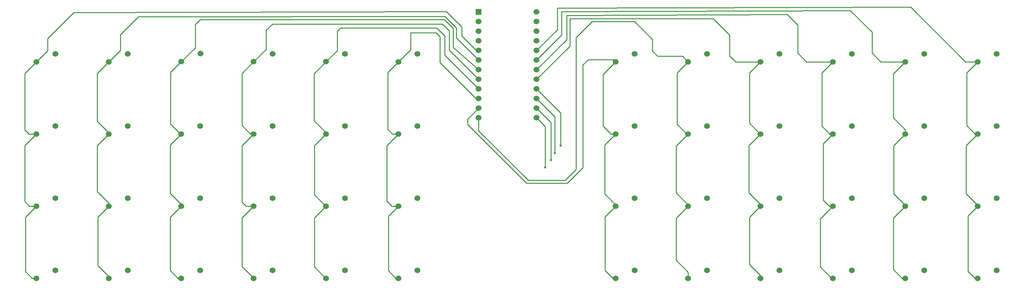
<source format=gtl>
G04 Layer: TopLayer*
G04 EasyEDA v6.5.22, 2022-11-03 13:25:14*
G04 daeccbeab38c4538aae3d189e396c967,14fd66e66b1542709ab820776f733a5e,10*
G04 Gerber Generator version 0.2*
G04 Scale: 100 percent, Rotated: No, Reflected: No *
G04 Dimensions in millimeters *
G04 leading zeros omitted , absolute positions ,4 integer and 5 decimal *
%FSLAX45Y45*%
%MOMM*%

%ADD10C,0.2540*%
%ADD11C,1.5240*%
%ADD12R,1.5240X1.5240*%
%ADD13C,0.6096*%

%LPD*%
D10*
X1905000Y8935008D02*
G01*
X1600200Y8630208D01*
X1600200Y7137400D01*
X1707591Y7030008D01*
X1905000Y7030008D01*
X1905000Y7030008D02*
G01*
X1600200Y6725208D01*
X1600200Y5245100D01*
X1720291Y5125008D01*
X1905000Y5125008D01*
X1905000Y5125008D02*
G01*
X1612900Y4832908D01*
X1612900Y3403600D01*
X1796491Y3220008D01*
X1905000Y3220008D01*
X3810000Y8935008D02*
G01*
X3505200Y8630208D01*
X3505200Y7366000D01*
X3810000Y7061200D01*
X3810000Y7030008D01*
X3810000Y7030008D02*
G01*
X3505200Y6725208D01*
X3505200Y5511800D01*
X3810000Y5207000D01*
X3810000Y5125008D01*
X3810000Y5125008D02*
G01*
X3517900Y4832908D01*
X3517900Y3556000D01*
X3810000Y3263900D01*
X3810000Y3220008D01*
X5716803Y8938005D02*
G01*
X5435600Y8656802D01*
X5435600Y7289800D01*
X5695391Y7030008D01*
X5715000Y7030008D01*
X5715000Y7030008D02*
G01*
X5422900Y6737908D01*
X5422900Y5461000D01*
X5715000Y5168900D01*
X5715000Y5125008D01*
X5715000Y5125008D02*
G01*
X5422900Y4832908D01*
X5422900Y3429000D01*
X5631891Y3220008D01*
X5715000Y3220008D01*
X7620812Y8935999D02*
G01*
X7315200Y8630386D01*
X7315200Y7251700D01*
X7536891Y7030008D01*
X7620000Y7030008D01*
X7620000Y7030008D02*
G01*
X7315200Y6725208D01*
X7315200Y5232400D01*
X7422591Y5125008D01*
X7620000Y5125008D01*
X7620000Y5125008D02*
G01*
X7315200Y4820208D01*
X7315200Y3530600D01*
X7620000Y3225800D01*
X7620000Y3220008D01*
X9525990Y8935999D02*
G01*
X9207500Y8617508D01*
X9207500Y7378700D01*
X9525000Y7061200D01*
X9525000Y7030008D01*
X9525000Y7030008D02*
G01*
X9220200Y6725208D01*
X9220200Y5422900D01*
X9518091Y5125008D01*
X9525000Y5125008D01*
X9525000Y5125008D02*
G01*
X9220200Y4820208D01*
X9220200Y3517900D01*
X9518091Y3220008D01*
X9525000Y3220008D01*
X11430000Y7030008D02*
G01*
X11125200Y6725208D01*
X11125200Y5257800D01*
X11257991Y5125008D01*
X11430000Y5125008D01*
X11430000Y5125008D02*
G01*
X11163300Y4858308D01*
X11163300Y3416300D01*
X11359591Y3220008D01*
X11430000Y3220008D01*
X11430000Y8935008D02*
G01*
X11150600Y8655608D01*
X11150600Y7150100D01*
X11270691Y7030008D01*
X11430000Y7030008D01*
X17144994Y8935008D02*
G01*
X16814794Y8604808D01*
X16814794Y7239000D01*
X17023786Y7030008D01*
X17144994Y7030008D01*
X17144994Y7030008D02*
G01*
X16852894Y6737908D01*
X16852894Y5448300D01*
X17144994Y5156200D01*
X17144994Y5125008D01*
X17144994Y5125008D02*
G01*
X16865594Y4845608D01*
X16865594Y3429000D01*
X17074586Y3220008D01*
X17144994Y3220008D01*
X19049994Y8935008D02*
G01*
X18757894Y8642908D01*
X18757894Y7289800D01*
X19017686Y7030008D01*
X19049994Y7030008D01*
X19049994Y5125008D02*
G01*
X18732494Y4807508D01*
X18732494Y3695700D01*
X19049994Y3378200D01*
X19049994Y3220008D01*
X20954994Y8935008D02*
G01*
X20662894Y8642908D01*
X20662894Y7315200D01*
X20948086Y7030008D01*
X20954994Y7030008D01*
X20954994Y7029958D02*
G01*
X20650194Y6725158D01*
X20650194Y5473700D01*
X20954994Y5168900D01*
X20954994Y5124957D01*
X20954994Y5125008D02*
G01*
X20662894Y4832908D01*
X20662894Y3581400D01*
X20954994Y3289300D01*
X20954994Y3220008D01*
X22859994Y8935008D02*
G01*
X22567894Y8642908D01*
X22567894Y7239000D01*
X22776886Y7030008D01*
X22859994Y7030008D01*
X22859994Y7030008D02*
G01*
X22605994Y6776008D01*
X22605994Y5283200D01*
X22764186Y5125008D01*
X22859994Y5125008D01*
X22859994Y5125008D02*
G01*
X22529794Y4794808D01*
X22529794Y3517900D01*
X22827686Y3220008D01*
X22859994Y3220008D01*
X24764994Y8935008D02*
G01*
X24447494Y8617508D01*
X24447494Y7454900D01*
X24764994Y7137400D01*
X24764994Y7030008D01*
X24764994Y7030008D02*
G01*
X24460194Y6725208D01*
X24460194Y5448300D01*
X24764994Y5143500D01*
X24764994Y5125008D01*
X24764994Y5125008D02*
G01*
X24447494Y4807508D01*
X24447494Y3454400D01*
X24681886Y3220008D01*
X24764994Y3220008D01*
X26669994Y8935008D02*
G01*
X26377894Y8642908D01*
X26377894Y7251700D01*
X26599586Y7030008D01*
X26669994Y7030008D01*
X26669994Y7030008D02*
G01*
X26365194Y6725208D01*
X26365194Y5448300D01*
X26669994Y5143500D01*
X26669994Y5125008D01*
X26669994Y5125008D02*
G01*
X26415994Y4871008D01*
X26415994Y3403600D01*
X26599586Y3220008D01*
X26669994Y3220008D01*
X19049994Y7030008D02*
G01*
X18732494Y6712508D01*
X18732494Y5473700D01*
X19049994Y5156200D01*
X19049994Y5125008D01*
X15697200Y6718300D02*
G01*
X15697200Y7581887D01*
X15062200Y8216887D01*
X15544800Y6527800D02*
G01*
X15544800Y7480287D01*
X15062200Y7962887D01*
X15443200Y6337300D02*
G01*
X15443200Y7327884D01*
X15062194Y7708889D01*
X15290800Y6146800D02*
G01*
X15290800Y7226284D01*
X15062194Y7454889D01*
X9526015Y8935974D02*
G01*
X9817100Y9227058D01*
X9817100Y9740900D01*
X9906000Y9829800D01*
X12433300Y9829800D01*
X12649200Y9613900D01*
X12649200Y9105900D01*
X13538200Y8216900D01*
X7620761Y8935974D02*
G01*
X7950200Y9265412D01*
X7950200Y9766300D01*
X8115300Y9931400D01*
X12585700Y9931400D01*
X12763500Y9753600D01*
X12763500Y9245600D01*
X13538200Y8470900D01*
X5716777Y8938005D02*
G01*
X6083300Y9304528D01*
X6083300Y9918700D01*
X6210300Y10045700D01*
X12636500Y10045700D01*
X12865100Y9817100D01*
X12865100Y9321800D01*
X12903200Y9283700D01*
X13538200Y8724900D01*
X3810000Y8934958D02*
G01*
X4114800Y9239758D01*
X4114800Y9652000D01*
X4584700Y10121900D01*
X12649200Y10134600D01*
X12954000Y9829800D01*
X12954000Y9563084D01*
X13538194Y8978889D01*
X1905000Y8934958D02*
G01*
X2197100Y9227058D01*
X2197100Y9550400D01*
X2882900Y10236200D01*
X12687300Y10261600D01*
X13093700Y9855200D01*
X13093700Y9613900D01*
X13474700Y9232900D01*
X13538200Y9232900D01*
X20954994Y8934958D02*
G01*
X20300436Y8934958D01*
X20142194Y9093200D01*
X20142194Y9639300D01*
X19710394Y10071100D01*
X15938500Y10071100D01*
X15938500Y9347194D01*
X15062194Y8470889D01*
X22859994Y8934958D02*
G01*
X22167336Y8934958D01*
X21932894Y9169400D01*
X21932894Y9906000D01*
X21653494Y10185400D01*
X15853440Y10160071D01*
X15853440Y9516135D01*
X15062194Y8724889D01*
X24765000Y8934958D02*
G01*
X24123141Y8934958D01*
X23888700Y9169400D01*
X23888700Y9715500D01*
X23317200Y10287000D01*
X15722600Y10261600D01*
X15722600Y9639294D01*
X15062194Y8978889D01*
X26669994Y8934958D02*
G01*
X26345636Y8934958D01*
X24904694Y10375900D01*
X15608300Y10350500D01*
X15608300Y9778994D01*
X15062194Y9232889D01*
X13512800Y7683500D02*
G01*
X13538200Y7708900D01*
X17145000Y8934958D02*
G01*
X17088358Y8991600D01*
X16421100Y8991600D01*
X16281400Y8851900D01*
X16281400Y6134100D01*
X15875000Y5727700D01*
X14795500Y5727700D01*
X13246100Y7277100D01*
X13246100Y7416800D01*
X13538200Y7708900D01*
X19050000Y8934958D02*
G01*
X18904458Y9080500D01*
X18249900Y9080500D01*
X18110200Y9220200D01*
X18110200Y9525000D01*
X17640300Y9994900D01*
X16522700Y9994900D01*
X16103600Y9575800D01*
X16103600Y6096000D01*
X15811500Y5803900D01*
X14846300Y5803900D01*
X13538200Y7112000D01*
X13538200Y7454900D01*
X11430000Y8934958D02*
G01*
X11747500Y9252458D01*
X11747500Y9702800D01*
X12420600Y9702800D01*
X12522200Y9601200D01*
X12522200Y8911336D01*
X13470636Y7962900D01*
X13538200Y7962900D01*
D11*
G01*
X1905000Y5125008D03*
G01*
X2404999Y5334990D03*
G01*
X3810000Y5125008D03*
G01*
X4309999Y5334990D03*
G01*
X5715000Y5125008D03*
G01*
X6214999Y5334990D03*
G01*
X7620000Y5125008D03*
G01*
X8119999Y5334990D03*
G01*
X9525000Y5125008D03*
G01*
X10024999Y5334990D03*
G01*
X11430000Y5125008D03*
G01*
X11929999Y5334990D03*
G01*
X17145000Y5125008D03*
G01*
X17644999Y5334990D03*
G01*
X19050000Y5125008D03*
G01*
X19549999Y5334990D03*
G01*
X20955000Y5125008D03*
G01*
X21454999Y5334990D03*
G01*
X22860000Y5125008D03*
G01*
X23359999Y5334990D03*
G01*
X24765000Y5125008D03*
G01*
X25264999Y5334990D03*
G01*
X26670000Y5125008D03*
G01*
X27169999Y5334990D03*
G01*
X1905000Y8935008D03*
G01*
X2404999Y9144990D03*
G01*
X3810000Y8935008D03*
G01*
X4309999Y9144990D03*
G01*
X5716803Y8938005D03*
G01*
X6216802Y9147987D03*
G01*
X7620812Y8935999D03*
G01*
X8120811Y9145981D03*
G01*
X9525990Y8935999D03*
G01*
X10025989Y9145981D03*
G01*
X11430000Y8935008D03*
G01*
X11929999Y9144990D03*
G01*
X17145000Y8935008D03*
G01*
X17644999Y9144990D03*
G01*
X19050000Y8935008D03*
G01*
X19549999Y9144990D03*
G01*
X20955000Y8935008D03*
G01*
X21454999Y9144990D03*
G01*
X22860000Y8935008D03*
G01*
X23359999Y9144990D03*
G01*
X24765000Y8935008D03*
G01*
X25264999Y9144990D03*
G01*
X26670000Y8935008D03*
G01*
X27169999Y9144990D03*
G01*
X1905000Y7030008D03*
G01*
X2404999Y7239990D03*
G01*
X3810000Y7030008D03*
G01*
X4309999Y7239990D03*
G01*
X5715000Y7030008D03*
G01*
X6214999Y7239990D03*
G01*
X7620000Y7030008D03*
G01*
X8119999Y7239990D03*
G01*
X9525000Y7030008D03*
G01*
X10024999Y7239990D03*
G01*
X11430000Y7030008D03*
G01*
X11929999Y7239990D03*
G01*
X17145000Y7030008D03*
G01*
X17644999Y7239990D03*
G01*
X19050000Y7030008D03*
G01*
X19549999Y7239990D03*
G01*
X20955000Y7030008D03*
G01*
X21454999Y7239990D03*
G01*
X22860000Y7030008D03*
G01*
X23359999Y7239990D03*
G01*
X24765000Y7030008D03*
G01*
X25264999Y7239990D03*
G01*
X26670000Y7030008D03*
G01*
X27169999Y7239990D03*
G01*
X1905000Y3220008D03*
G01*
X2404999Y3429990D03*
G01*
X3810000Y3220008D03*
G01*
X4309999Y3429990D03*
G01*
X5715000Y3220008D03*
G01*
X6214999Y3429990D03*
G01*
X7620000Y3220008D03*
G01*
X8119999Y3429990D03*
G01*
X9525000Y3220008D03*
G01*
X10024999Y3429990D03*
G01*
X11430000Y3220008D03*
G01*
X11929999Y3429990D03*
G01*
X17145000Y3220008D03*
G01*
X17644999Y3429990D03*
G01*
X19050000Y3220008D03*
G01*
X19549999Y3429990D03*
G01*
X20955000Y3220008D03*
G01*
X21454999Y3429990D03*
G01*
X22860000Y3220008D03*
G01*
X23359999Y3429990D03*
G01*
X24765000Y3220008D03*
G01*
X25264999Y3429990D03*
G01*
X26670000Y3220008D03*
G01*
X27169999Y3429990D03*
D12*
G01*
X13538200Y10248900D03*
D11*
G01*
X13538200Y9994900D03*
G01*
X13538200Y9486900D03*
G01*
X13538200Y9232900D03*
G01*
X13538200Y8978900D03*
G01*
X13538200Y8724900D03*
G01*
X13538200Y8470900D03*
G01*
X13538200Y8216900D03*
G01*
X13538200Y7962900D03*
G01*
X13538200Y7708900D03*
G01*
X13538200Y7454900D03*
G01*
X15062200Y7454900D03*
G01*
X15062200Y7708900D03*
G01*
X15062200Y7962900D03*
G01*
X15062200Y8216900D03*
G01*
X15062200Y8470900D03*
G01*
X15062200Y8724900D03*
G01*
X15062200Y8978900D03*
G01*
X15062200Y9232900D03*
G01*
X15062200Y9486900D03*
G01*
X15062200Y9740900D03*
G01*
X15062200Y9994900D03*
G01*
X15062200Y10248900D03*
G01*
X13538200Y9740900D03*
D13*
G01*
X15697200Y6718300D03*
G01*
X15544800Y6527800D03*
G01*
X15443200Y6337300D03*
G01*
X15290800Y6146800D03*
M02*

</source>
